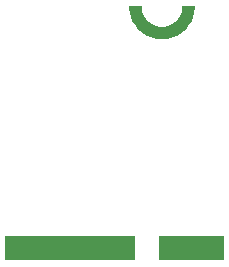
<source format=gbs>
G04*
G04 #@! TF.GenerationSoftware,Altium Limited,Altium Designer,22.8.2 (66)*
G04*
G04 Layer_Color=16711935*
%FSLAX25Y25*%
%MOIN*%
G70*
G04*
G04 #@! TF.SameCoordinates,744AB1CC-70DD-4D7F-AE9B-81A1BAE70893*
G04*
G04*
G04 #@! TF.FilePolarity,Negative*
G04*
G01*
G75*
%ADD38C,0.02953*%
%ADD49R,0.01969X0.08268*%
G36*
X65762Y86711D02*
X61628D01*
X61604Y86039D01*
X61359Y84718D01*
X60858Y83471D01*
X60122Y82347D01*
X59179Y81390D01*
X58066Y80637D01*
X56826Y80119D01*
X55509Y79854D01*
X54837Y79821D01*
X54165Y79854D01*
X52848Y80119D01*
X51608Y80637D01*
X50495Y81390D01*
X49552Y82347D01*
X48816Y83471D01*
X48315Y84718D01*
X48070Y86039D01*
X48046Y86711D01*
Y86711D01*
X43912D01*
X43905Y85991D01*
X44082Y84561D01*
X44444Y83167D01*
X44986Y81832D01*
X45699Y80581D01*
X46570Y79433D01*
X47584Y78410D01*
X48723Y77529D01*
X49968Y76805D01*
X51298Y76251D01*
X52689Y75876D01*
X54117Y75687D01*
X54837D01*
X55557D01*
X56985Y75876D01*
X58376Y76251D01*
X59706Y76805D01*
X60951Y77529D01*
X62090Y78410D01*
X63104Y79433D01*
X63975Y80581D01*
X64688Y81832D01*
X65230Y83167D01*
X65592Y84561D01*
X65768Y85991D01*
X65762Y86711D01*
X65762D01*
D02*
G37*
D38*
X54837Y77557D02*
D03*
X63105Y82675D02*
D03*
X46569D02*
D03*
D49*
X3656Y6002D02*
D03*
X5624D02*
D03*
X7593D02*
D03*
X9561D02*
D03*
X11530D02*
D03*
X13498D02*
D03*
X15467D02*
D03*
X17435D02*
D03*
X19404D02*
D03*
X21372D02*
D03*
X23341D02*
D03*
X25309D02*
D03*
X27278D02*
D03*
X29246D02*
D03*
X31215D02*
D03*
X33183D02*
D03*
X35152D02*
D03*
X37120D02*
D03*
X39089D02*
D03*
X41058D02*
D03*
X43026D02*
D03*
X44995D02*
D03*
X54837D02*
D03*
X56806D02*
D03*
X58774D02*
D03*
X60743D02*
D03*
X62711D02*
D03*
X64680D02*
D03*
X66648D02*
D03*
X68617D02*
D03*
X70585D02*
D03*
X72554D02*
D03*
X74522D02*
D03*
M02*

</source>
